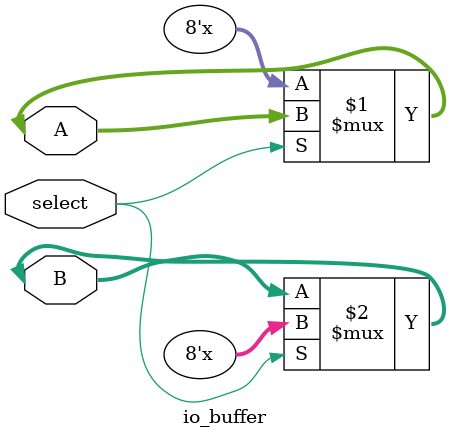
<source format=v>
module io_buffer (
    inout [7:0] A,        // 8-bit input A
    inout [7:0] B,        // 8-bit input B
    input select         // Select line
);

assign A = (select) ? A : 8'bz;  // If select is high, A drives A_out
assign B = (select) ? 8'bz : B;  // If select is low, B drives B_out

endmodule

</source>
